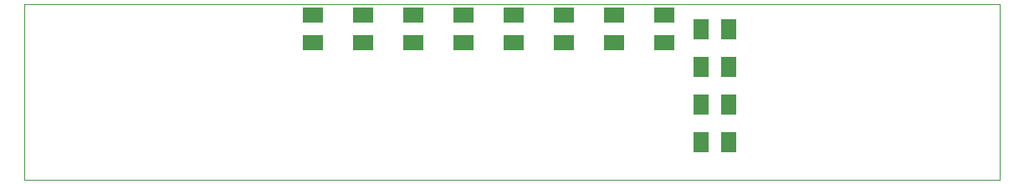
<source format=gtp>
G75*
%MOIN*%
%OFA0B0*%
%FSLAX24Y24*%
%IPPOS*%
%LPD*%
%AMOC8*
5,1,8,0,0,1.08239X$1,22.5*
%
%ADD10C,0.0000*%
%ADD11R,0.0630X0.0787*%
%ADD12R,0.0787X0.0630*%
D10*
X000100Y000130D02*
X000100Y007126D01*
X038970Y007126D01*
X038970Y000130D01*
X000100Y000130D01*
D11*
X027049Y001630D03*
X028151Y001630D03*
X028151Y003130D03*
X027049Y003130D03*
X027049Y004630D03*
X028151Y004630D03*
X028151Y006130D03*
X027049Y006130D03*
D12*
X025600Y005579D03*
X023600Y005579D03*
X021600Y005579D03*
X019600Y005579D03*
X017600Y005579D03*
X015600Y005579D03*
X013600Y005579D03*
X011600Y005579D03*
X011600Y006681D03*
X013600Y006681D03*
X015600Y006681D03*
X017600Y006681D03*
X019600Y006681D03*
X021600Y006681D03*
X023600Y006681D03*
X025600Y006681D03*
M02*

</source>
